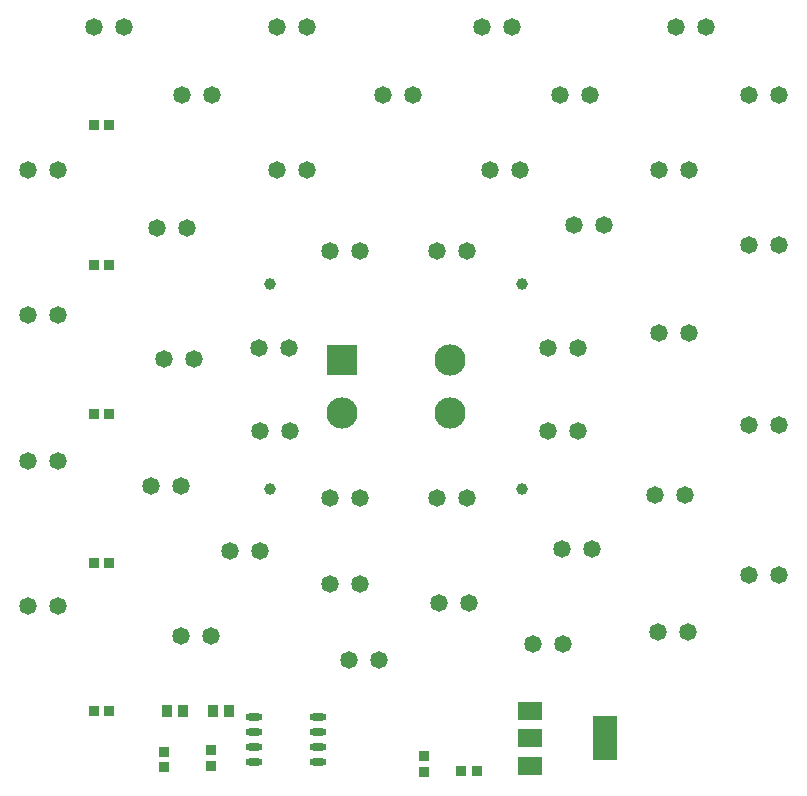
<source format=gbr>
%TF.GenerationSoftware,Altium Limited,Altium Designer,19.0.10 (269)*%
G04 Layer_Color=255*
%FSLAX26Y26*%
%MOIN*%
%TF.FileFunction,Pads,Top*%
%TF.Part,Single*%
G01*
G75*
%TA.AperFunction,SMDPad,CuDef*%
%ADD10R,0.035433X0.039370*%
%ADD11R,0.037402X0.033465*%
%ADD12R,0.033465X0.037402*%
%ADD13R,0.078740X0.149606*%
%ADD14R,0.078740X0.059055*%
%ADD15O,0.057087X0.023622*%
%TA.AperFunction,ComponentPad*%
%ADD17C,0.058268*%
%ADD18C,0.039370*%
%ADD19C,0.103937*%
%ADD20R,0.103937X0.103937*%
D10*
X613425Y295000D02*
D03*
X666575D02*
D03*
X821575D02*
D03*
X768425D02*
D03*
D11*
X1470000Y94409D02*
D03*
Y145591D02*
D03*
X760000Y165591D02*
D03*
Y114409D02*
D03*
X605000Y109409D02*
D03*
Y160590D02*
D03*
D12*
X1645591Y95000D02*
D03*
X1594409D02*
D03*
X420591Y295000D02*
D03*
X369409D02*
D03*
X420591Y791250D02*
D03*
X369409D02*
D03*
X420591Y1287500D02*
D03*
X369409D02*
D03*
X420591Y1783750D02*
D03*
X369409D02*
D03*
X420591Y2250000D02*
D03*
X369409D02*
D03*
D13*
X2073032Y205000D02*
D03*
D14*
X1825000Y114449D02*
D03*
Y205000D02*
D03*
Y295551D02*
D03*
D15*
X902717Y275000D02*
D03*
Y225000D02*
D03*
Y175000D02*
D03*
Y125000D02*
D03*
X1117284Y275000D02*
D03*
Y225000D02*
D03*
Y175000D02*
D03*
Y125000D02*
D03*
D17*
X1157598Y1830000D02*
D03*
X1257598D02*
D03*
X2310000Y2575000D02*
D03*
X2410000D02*
D03*
X1663333D02*
D03*
X1763333D02*
D03*
X980000D02*
D03*
X1080000D02*
D03*
X1885000Y1505000D02*
D03*
X1985000D02*
D03*
X1885000Y1230000D02*
D03*
X1985000D02*
D03*
X1157598Y720000D02*
D03*
X1257598D02*
D03*
X1220000Y465000D02*
D03*
X1320000D02*
D03*
X925000Y1230000D02*
D03*
X1025000D02*
D03*
X920000Y1505000D02*
D03*
X1020000D02*
D03*
X765000Y2350000D02*
D03*
X665000D02*
D03*
X470000Y2575000D02*
D03*
X370000D02*
D03*
X2025000Y2350000D02*
D03*
X1925000D02*
D03*
X2655000D02*
D03*
X2555000D02*
D03*
X1435000D02*
D03*
X1335000D02*
D03*
X2071667Y1915000D02*
D03*
X1971667D02*
D03*
X1615000Y1830000D02*
D03*
X1515000D02*
D03*
X680833Y1905000D02*
D03*
X580833D02*
D03*
X2353333Y2100000D02*
D03*
X2253333D02*
D03*
X1790000D02*
D03*
X1690000D02*
D03*
X1080000D02*
D03*
X980000D02*
D03*
X250000D02*
D03*
X150000D02*
D03*
X2353333Y1557500D02*
D03*
X2253333D02*
D03*
X705000Y1470000D02*
D03*
X605000D02*
D03*
X2655000Y1850000D02*
D03*
X2555000D02*
D03*
X250000Y1615000D02*
D03*
X150000D02*
D03*
X2340000Y1015000D02*
D03*
X2240000D02*
D03*
X2030000Y835000D02*
D03*
X1930000D02*
D03*
X925000Y830000D02*
D03*
X825000D02*
D03*
X660000Y1045000D02*
D03*
X560000D02*
D03*
X2655000Y1250000D02*
D03*
X2555000D02*
D03*
X1615000Y1005000D02*
D03*
X1515000D02*
D03*
X1257598D02*
D03*
X1157598D02*
D03*
X250000Y1130000D02*
D03*
X150000D02*
D03*
X2350000Y560000D02*
D03*
X2250000D02*
D03*
X1935000Y520000D02*
D03*
X1835000D02*
D03*
X760000Y545000D02*
D03*
X660000D02*
D03*
X2655000Y750000D02*
D03*
X2555000D02*
D03*
X1620000Y655000D02*
D03*
X1520000D02*
D03*
X250000Y645000D02*
D03*
X150000D02*
D03*
D18*
X1798032Y1037402D02*
D03*
X957874D02*
D03*
Y1718504D02*
D03*
X1798032D02*
D03*
D19*
X1198425Y1290354D02*
D03*
X1557480D02*
D03*
Y1465551D02*
D03*
D20*
X1198425D02*
D03*
%TF.MD5,a2ff923bf5889602e04a3d3f1d944b89*%
M02*

</source>
